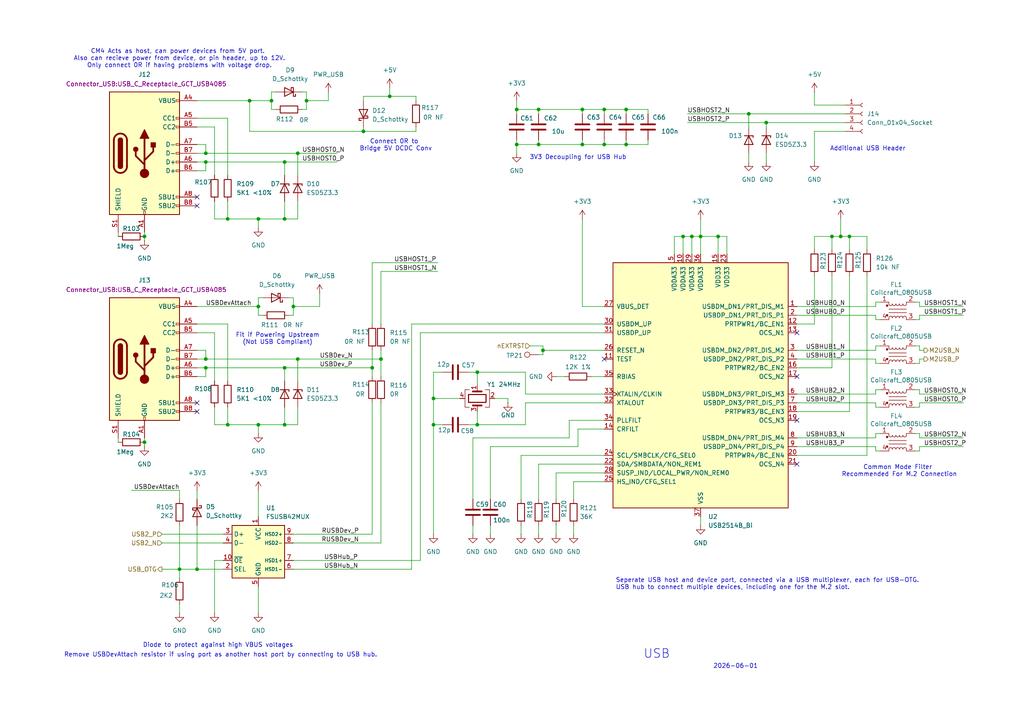
<source format=kicad_sch>
(kicad_sch (version 20231120) (generator "eeschema") (generator_version "8.0")
  (paper "A4")
  (lib_symbols
    (symbol "Connector:Conn_01x04_Socket" (pin_names (offset 1.016) hide)
      (property "Reference" "J" (at 0 5.08 0))
      (property "Value" "Conn_01x04_Socket" (at 0 -7.62 0))
      (symbol "Conn_01x04_Socket_1_1"
        (pin passive line (at -5.08 2.54 0) (length 3.81) (name "Pin_1") (number "1"))
        (pin passive line (at -5.08 0 0) (length 3.81) (name "Pin_2") (number "2"))
        (pin passive line (at -5.08 -2.54 0) (length 3.81) (name "Pin_3") (number "3"))
        (pin passive line (at -5.08 -5.08 0) (length 3.81) (name "Pin_4") (number "4"))
      )
    )
    (symbol "Connector:TestPoint" (pin_numbers hide) (pin_names (offset 0.762) hide)
      (property "Reference" "TP" (at 0 6.858 0))
      (property "Value" "TestPoint" (at 0 5.08 0))
      (symbol "TestPoint_1_1"
        (pin passive line (at 0 0 90) (length 2.54) (name "1") (number "1"))
      )
    )
    (symbol "Connector:USB_C_Receptacle_USB2.0_16P" (pin_names (offset 1.016))
      (property "Reference" "J" (at 0 22.225 0))
      (property "Value" "USB_C_Receptacle_USB2.0_16P" (at 0 19.685 0))
      (symbol "USB_C_Receptacle_USB2.0_16P_1_1"
        (pin passive line (at 0 -22.86 90) (length 5.08) (name "GND") (number "A1"))
        (pin passive line (at 0 -22.86 90) (length 5.08) hide (name "GND") (number "A12"))
        (pin passive line (at 15.24 15.24 180) (length 5.08) (name "VBUS") (number "A4"))
        (pin bidirectional line (at 15.24 10.16 180) (length 5.08) (name "CC1") (number "A5"))
        (pin bidirectional line (at 15.24 -2.54 180) (length 5.08) (name "D+") (number "A6"))
        (pin bidirectional line (at 15.24 2.54 180) (length 5.08) (name "D-") (number "A7"))
        (pin bidirectional line (at 15.24 -12.7 180) (length 5.08) (name "SBU1") (number "A8"))
        (pin passive line (at 15.24 15.24 180) (length 5.08) hide (name "VBUS") (number "A9"))
        (pin passive line (at 0 -22.86 90) (length 5.08) hide (name "GND") (number "B1"))
        (pin passive line (at 0 -22.86 90) (length 5.08) hide (name "GND") (number "B12"))
        (pin passive line (at 15.24 15.24 180) (length 5.08) hide (name "VBUS") (number "B4"))
        (pin bidirectional line (at 15.24 7.62 180) (length 5.08) (name "CC2") (number "B5"))
        (pin bidirectional line (at 15.24 -5.08 180) (length 5.08) (name "D+") (number "B6"))
        (pin bidirectional line (at 15.24 0 180) (length 5.08) (name "D-") (number "B7"))
        (pin bidirectional line (at 15.24 -15.24 180) (length 5.08) (name "SBU2") (number "B8"))
        (pin passive line (at 15.24 15.24 180) (length 5.08) hide (name "VBUS") (number "B9"))
        (pin passive line (at -7.62 -22.86 90) (length 5.08) (name "SHIELD") (number "S1"))
      )
    )
    (symbol "Device:C" (pin_numbers hide) (pin_names (offset 0.254))
      (property "Reference" "C" (at 0.635 2.54 0))
      (property "Value" "C" (at 0.635 -2.54 0))
      (symbol "C_1_1"
        (pin passive line (at 0 3.81 270) (length 2.794) (name "~") (number "1"))
        (pin passive line (at 0 -3.81 90) (length 2.794) (name "~") (number "2"))
      )
    )
    (symbol "Device:Crystal_GND24" (pin_names (offset 1.016) hide)
      (property "Reference" "Y" (at 3.175 5.08 0))
      (property "Value" "Crystal_GND24" (at 3.175 3.175 0))
      (symbol "Crystal_GND24_1_1"
        (pin passive line (at -3.81 0 0) (length 1.27) (name "1") (number "1"))
        (pin passive line (at 0 5.08 270) (length 1.27) (name "2") (number "2"))
        (pin passive line (at 3.81 0 180) (length 1.27) (name "3") (number "3"))
        (pin passive line (at 0 -5.08 90) (length 1.27) (name "4") (number "4"))
      )
    )
    (symbol "Device:D_Schottky" (pin_numbers hide) (pin_names (offset 1.016) hide)
      (property "Reference" "D" (at 0 2.54 0))
      (property "Value" "D_Schottky" (at 0 -2.54 0))
      (symbol "D_Schottky_1_1"
        (pin passive line (at -3.81 0 0) (length 2.54) (name "K") (number "1"))
        (pin passive line (at 3.81 0 180) (length 2.54) (name "A") (number "2"))
      )
    )
    (symbol "Device:R" (pin_numbers hide) (pin_names (offset 0))
      (property "Reference" "R" (at 2.032 0 90))
      (property "Value" "R" (at 0 0 90))
      (symbol "R_1_1"
        (pin passive line (at 0 3.81 270) (length 1.27) (name "~") (number "1"))
        (pin passive line (at 0 -3.81 90) (length 1.27) (name "~") (number "2"))
      )
    )
    (symbol "Diode:ESD5Zxx" (pin_numbers hide) (pin_names hide)
      (property "Reference" "D" (at 0 2.54 0))
      (property "Value" "ESD5Zxx" (at 0 -2.54 0))
      (symbol "ESD5Zxx_1_1"
        (pin passive line (at -3.81 0 0) (length 2.54) (name "K") (number "1"))
        (pin passive line (at 3.81 0 180) (length 2.54) (name "A") (number "2"))
      )
    )
    (symbol "Filter:Choke_Coilcraft_0603USB-222" (pin_names (offset 0.254) hide)
      (property "Reference" "FL" (at 0 4.445 0))
      (property "Value" "Choke_Coilcraft_0603USB-222" (at 0 -4.445 0))
      (symbol "Choke_Coilcraft_0603USB-222_1_1"
        (pin passive line (at -5.08 2.54 0) (length 2.54) (name "1") (number "1"))
        (pin passive line (at 5.08 2.54 180) (length 2.54) (name "2") (number "2"))
        (pin passive line (at 5.08 -2.54 180) (length 2.54) (name "3") (number "3"))
        (pin passive line (at -5.08 -2.54 0) (length 2.54) (name "4") (number "4"))
      )
    )
    (symbol "Interface_USB:FSUSB42MUX"
      (property "Reference" "U" (at -6.35 8.89 0))
      (property "Value" "FSUSB42MUX" (at 7.62 8.89 0))
      (symbol "FSUSB42MUX_1_1"
        (pin power_in line (at 0 10.16 270) (length 2.54) (name "VCC") (number "1"))
        (pin input line (at -10.16 -2.54 0) (length 2.54) (name "~{OE}") (number "10"))
        (pin input line (at -10.16 -5.08 0) (length 2.54) (name "SEL") (number "2"))
        (pin bidirectional line (at -10.16 5.08 0) (length 2.54) (name "D+") (number "3"))
        (pin bidirectional line (at -10.16 2.54 0) (length 2.54) (name "D-") (number "4"))
        (pin power_in line (at 0 -10.16 90) (length 2.54) (name "GND") (number "5"))
        (pin bidirectional line (at 10.16 -5.08 180) (length 2.54) (name "HSD1-") (number "6"))
        (pin bidirectional line (at 10.16 -2.54 180) (length 2.54) (name "HSD1+") (number "7"))
        (pin bidirectional line (at 10.16 2.54 180) (length 2.54) (name "HSD2-") (number "8"))
        (pin bidirectional line (at 10.16 5.08 180) (length 2.54) (name "HSD2+") (number "9"))
      )
    )
    (symbol "Interface_USB:USB2514B_Bi" (pin_names (offset 1.016))
      (property "Reference" "U" (at -17.78 40.64 0))
      (property "Value" "USB2514B_Bi" (at -20.32 38.1 0))
      (symbol "USB2514B_Bi_1_1"
        (pin bidirectional line (at 27.94 22.86 180) (length 2.54) (name "USBDM_DN1/PRT_DIS_M1") (number "1"))
        (pin power_in line (at -5.08 38.1 270) (length 2.54) (name "VDDA33") (number "10"))
        (pin input line (at -27.94 7.62 0) (length 2.54) (name "TEST") (number "11"))
        (pin bidirectional line (at 27.94 17.78 180) (length 2.54) (name "PRTPWR1/BC_EN1") (number "12"))
        (pin input line (at 27.94 15.24 180) (length 2.54) (name "OCS_N1") (number "13"))
        (pin input line (at -27.94 -12.7 0) (length 2.54) (name "CRFILT") (number "14"))
        (pin power_in line (at 5.08 38.1 270) (length 2.54) (name "VDD33") (number "15"))
        (pin bidirectional line (at 27.94 5.08 180) (length 2.54) (name "PRTPWR2/BC_EN2") (number "16"))
        (pin input line (at 27.94 2.54 180) (length 2.54) (name "OCS_N2") (number "17"))
        (pin bidirectional line (at 27.94 -7.62 180) (length 2.54) (name "PRTPWR3/BC_EN3") (number "18"))
        (pin input line (at 27.94 -10.16 180) (length 2.54) (name "OCS_N3") (number "19"))
        (pin bidirectional line (at 27.94 20.32 180) (length 2.54) (name "USBDP_DN1/PRT_DIS_P1") (number "2"))
        (pin bidirectional line (at 27.94 -20.32 180) (length 2.54) (name "PRTPWR4/BC_EN4") (number "20"))
        (pin input line (at 27.94 -22.86 180) (length 2.54) (name "OCS_N4") (number "21"))
        (pin bidirectional line (at -27.94 -22.86 0) (length 2.54) (name "SDA/SMBDATA/NON_REM1") (number "22"))
        (pin power_in line (at 7.62 38.1 270) (length 2.54) (name "VDD33") (number "23"))
        (pin bidirectional line (at -27.94 -20.32 0) (length 2.54) (name "SCL/SMBCLK/CFG_SEL0") (number "24"))
        (pin bidirectional line (at -27.94 -27.94 0) (length 2.54) (name "HS_IND/CFG_SEL1") (number "25"))
        (pin input line (at -27.94 10.16 0) (length 2.54) (name "RESET_N") (number "26"))
        (pin input line (at -27.94 22.86 0) (length 2.54) (name "VBUS_DET") (number "27"))
        (pin bidirectional line (at -27.94 -25.4 0) (length 2.54) (name "SUSP_IND/LOCAL_PWR/NON_REM0") (number "28"))
        (pin power_in line (at -2.54 38.1 270) (length 2.54) (name "VDDA33") (number "29"))
        (pin bidirectional line (at 27.94 10.16 180) (length 2.54) (name "USBDM_DN2/PRT_DIS_M2") (number "3"))
        (pin bidirectional line (at -27.94 17.78 0) (length 2.54) (name "USBDM_UP") (number "30"))
        (pin bidirectional line (at -27.94 15.24 0) (length 2.54) (name "USBDP_UP") (number "31"))
        (pin output line (at -27.94 -5.08 0) (length 2.54) (name "XTALOUT") (number "32"))
        (pin input clock (at -27.94 -2.54 0) (length 2.54) (name "XTALIN/CLKIN") (number "33"))
        (pin input line (at -27.94 -10.16 0) (length 2.54) (name "PLLFILT") (number "34"))
        (pin input line (at -27.94 2.54 0) (length 2.54) (name "RBIAS") (number "35"))
        (pin power_in line (at 0 38.1 270) (length 2.54) (name "VDDA33") (number "36"))
        (pin power_in line (at 0 -38.1 90) (length 2.54) (name "VSS") (number "37"))
        (pin bidirectional line (at 27.94 7.62 180) (length 2.54) (name "USBDP_DN2/PRT_DIS_P2") (number "4"))
        (pin power_in line (at -7.62 38.1 270) (length 2.54) (name "VDDA33") (number "5"))
        (pin bidirectional line (at 27.94 -2.54 180) (length 2.54) (name "USBDM_DN3/PRT_DIS_M3") (number "6"))
        (pin bidirectional line (at 27.94 -5.08 180) (length 2.54) (name "USBDP_DN3/PRT_DIS_P3") (number "7"))
        (pin bidirectional line (at 27.94 -15.24 180) (length 2.54) (name "USBDM_DN4/PRT_DIS_M4") (number "8"))
        (pin bidirectional line (at 27.94 -17.78 180) (length 2.54) (name "USBDP_DN4/PRT_DIS_P4") (number "9"))
      )
    )
    (symbol "power:+3V3" (power) (pin_numbers hide) (pin_names (offset 0) hide)
      (property "Value" "+3V3" (at 0 3.556 0))
      (symbol "+3V3_1_1"
        (pin power_in line (at 0 0 90) (length 0) (name "~") (number "1"))
      )
    )
    (symbol "power:+5V" (power) (pin_numbers hide) (pin_names (offset 0) hide)
      (property "Value" "+5V" (at 0 3.556 0))
      (symbol "+5V_1_1"
        (pin power_in line (at 0 0 90) (length 0) (name "~") (number "1"))
      )
    )
    (symbol "power:+5VP" (power) (pin_numbers hide) (pin_names (offset 0) hide)
      (property "Value" "+5VP" (at 0 3.556 0))
      (symbol "+5VP_1_1"
        (pin power_in line (at 0 0 90) (length 0) (name "~") (number "1"))
      )
    )
    (symbol "power:GND" (power) (pin_numbers hide) (pin_names (offset 0) hide)
      (property "Value" "GND" (at 0 -3.81 0))
      (symbol "GND_1_1"
        (pin power_in line (at 0 0 270) (length 0) (name "~") (number "1"))
      )
    )
  )
  (junction (at 59.69 104.14))
  (junction (at 74.93 123.19))
  (junction (at 105.41 38.1))
  (junction (at 74.93 63.5))
  (junction (at 86.36 104.14))
  (junction (at 82.55 106.68))
  (junction (at 198.12 68.58))
  (junction (at 175.26 31.75))
  (junction (at 222.25 35.56))
  (junction (at 107.95 106.68))
  (junction (at 72.39 29.21))
  (junction (at 181.61 41.91))
  (junction (at 208.28 68.58))
  (junction (at 59.69 46.99))
  (junction (at 57.15 165.1))
  (junction (at 82.55 123.19))
  (junction (at 168.91 31.75))
  (junction (at 66.04 123.19))
  (junction (at 74.93 88.9))
  (junction (at 52.07 165.1))
  (junction (at 125.73 123.19))
  (junction (at 149.86 41.91))
  (junction (at 82.55 46.99))
  (junction (at 157.48 101.6))
  (junction (at 66.04 63.5))
  (junction (at 78.74 29.21))
  (junction (at 125.73 115.57))
  (junction (at 86.36 44.45))
  (junction (at 156.21 41.91))
  (junction (at 59.69 106.68))
  (junction (at 82.55 63.5))
  (junction (at 113.03 27.94))
  (junction (at 110.49 104.14))
  (junction (at 175.26 41.91))
  (junction (at 88.9 29.21))
  (junction (at 149.86 31.75))
  (junction (at 168.91 41.91))
  (junction (at 138.43 107.95))
  (junction (at 41.91 68.58))
  (junction (at 156.21 31.75))
  (junction (at 181.61 31.75))
  (junction (at 85.09 88.9))
  (junction (at 138.43 123.19))
  (junction (at 41.91 128.27))
  (junction (at 243.84 68.58))
  (junction (at 59.69 44.45))
  (junction (at 241.3 68.58))
  (junction (at 246.38 68.58))
  (junction (at 217.17 33.02))
  (junction (at 203.2 68.58))
  (junction (at 200.66 68.58))
  (no_connect (at 231.14 109.22))
  (no_connect (at 231.14 121.92))
  (no_connect (at 231.14 134.62))
  (no_connect (at 57.15 57.15))
  (no_connect (at 231.14 96.52))
  (no_connect (at 175.26 104.14))
  (no_connect (at 57.15 59.69))
  (no_connect (at 57.15 116.84))
  (no_connect (at 57.15 119.38))
  (wire (pts (xy 254 105.41) (xy 255.27 105.41)))
  (wire (pts (xy 120.65 29.21) (xy 120.65 27.94)))
  (wire (pts (xy 175.26 93.98) (xy 119.38 93.98)))
  (wire (pts (xy 92.71 85.09) (xy 92.71 88.9)))
  (wire (pts (xy 59.69 104.14) (xy 86.36 104.14)))
  (wire (pts (xy 121.92 162.56) (xy 121.92 96.52)))
  (wire (pts (xy 254 92.71) (xy 254 91.44)))
  (wire (pts (xy 85.09 88.9) (xy 85.09 91.44)))
  (wire (pts (xy 187.96 40.64) (xy 187.96 41.91)))
  (wire (pts (xy 128.27 123.19) (xy 125.73 123.19)))
  (wire (pts (xy 66.04 93.98) (xy 66.04 110.49)))
  (wire (pts (xy 161.29 144.78) (xy 161.29 137.16)))
  (wire (pts (xy 74.93 63.5) (xy 82.55 63.5)))
  (wire (pts (xy 156.21 134.62) (xy 156.21 144.78)))
  (wire (pts (xy 149.86 41.91) (xy 156.21 41.91)))
  (wire (pts (xy 74.93 123.19) (xy 82.55 123.19)))
  (wire (pts (xy 265.43 105.41) (xy 266.7 105.41)))
  (wire (pts (xy 198.12 68.58) (xy 198.12 73.66)))
  (wire (pts (xy 203.2 68.58) (xy 203.2 73.66)))
  (wire (pts (xy 113.03 25.4) (xy 113.03 27.94)))
  (wire (pts (xy 59.69 49.53) (xy 59.69 46.99)))
  (wire (pts (xy 138.43 123.19) (xy 152.4 123.19)))
  (wire (pts (xy 254 87.63) (xy 255.27 87.63)))
  (wire (pts (xy 217.17 46.99) (xy 217.17 44.45)))
  (wire (pts (xy 128.27 107.95) (xy 125.73 107.95)))
  (wire (pts (xy 266.7 101.6) (xy 267.97 101.6)))
  (wire (pts (xy 236.22 80.01) (xy 236.22 93.98)))
  (wire (pts (xy 110.49 104.14) (xy 110.49 109.22)))
  (wire (pts (xy 254 87.63) (xy 254 88.9)))
  (wire (pts (xy 168.91 41.91) (xy 175.26 41.91)))
  (wire (pts (xy 62.23 36.83) (xy 57.15 36.83)))
  (wire (pts (xy 88.9 29.21) (xy 88.9 31.75)))
  (wire (pts (xy 66.04 93.98) (xy 57.15 93.98)))
  (wire (pts (xy 74.93 86.36) (xy 74.93 88.9)))
  (wire (pts (xy 266.7 88.9) (xy 279.4 88.9)))
  (wire (pts (xy 82.55 50.8) (xy 82.55 46.99)))
  (wire (pts (xy 266.7 113.03) (xy 266.7 114.3)))
  (wire (pts (xy 254 118.11) (xy 255.27 118.11)))
  (wire (pts (xy 142.24 154.94) (xy 142.24 152.4)))
  (wire (pts (xy 254 130.81) (xy 254 129.54)))
  (wire (pts (xy 82.55 110.49) (xy 82.55 106.68)))
  (wire (pts (xy 266.7 100.33) (xy 266.7 101.6)))
  (wire (pts (xy 251.46 68.58) (xy 251.46 72.39)))
  (wire (pts (xy 121.92 96.52) (xy 175.26 96.52)))
  (wire (pts (xy 82.55 46.99) (xy 97.79 46.99)))
  (wire (pts (xy 88.9 29.21) (xy 88.9 26.67)))
  (wire (pts (xy 95.25 26.67) (xy 95.25 29.21)))
  (wire (pts (xy 74.93 91.44) (xy 74.93 88.9)))
  (wire (pts (xy 138.43 107.95) (xy 138.43 111.76)))
  (wire (pts (xy 210.82 68.58) (xy 210.82 73.66)))
  (wire (pts (xy 57.15 44.45) (xy 59.69 44.45)))
  (wire (pts (xy 241.3 106.68) (xy 231.14 106.68)))
  (wire (pts (xy 52.07 152.4) (xy 52.07 165.1)))
  (wire (pts (xy 57.15 29.21) (xy 72.39 29.21)))
  (wire (pts (xy 199.39 35.56) (xy 222.25 35.56)))
  (wire (pts (xy 241.3 68.58) (xy 243.84 68.58)))
  (wire (pts (xy 82.55 63.5) (xy 86.36 63.5)))
  (wire (pts (xy 266.7 125.73) (xy 266.7 127)))
  (wire (pts (xy 59.69 101.6) (xy 57.15 101.6)))
  (wire (pts (xy 266.7 116.84) (xy 279.4 116.84)))
  (wire (pts (xy 105.41 29.21) (xy 105.41 27.94)))
  (wire (pts (xy 208.28 68.58) (xy 210.82 68.58)))
  (wire (pts (xy 241.3 80.01) (xy 241.3 106.68)))
  (wire (pts (xy 78.74 29.21) (xy 72.39 29.21)))
  (wire (pts (xy 246.38 68.58) (xy 251.46 68.58)))
  (wire (pts (xy 62.23 177.8) (xy 62.23 162.56)))
  (wire (pts (xy 88.9 31.75) (xy 87.63 31.75)))
  (wire (pts (xy 80.01 26.67) (xy 78.74 26.67)))
  (wire (pts (xy 254 91.44) (xy 231.14 91.44)))
  (wire (pts (xy 78.74 31.75) (xy 78.74 29.21)))
  (wire (pts (xy 152.4 114.3) (xy 175.26 114.3)))
  (wire (pts (xy 254 114.3) (xy 231.14 114.3)))
  (wire (pts (xy 161.29 152.4) (xy 161.29 154.94)))
  (wire (pts (xy 266.7 129.54) (xy 279.4 129.54)))
  (wire (pts (xy 236.22 72.39) (xy 236.22 68.58)))
  (wire (pts (xy 62.23 162.56) (xy 64.77 162.56)))
  (wire (pts (xy 231.14 127) (xy 254 127)))
  (wire (pts (xy 208.28 68.58) (xy 208.28 73.66)))
  (wire (pts (xy 175.26 121.92) (xy 165.1 121.92)))
  (wire (pts (xy 82.55 58.42) (xy 82.55 63.5)))
  (wire (pts (xy 66.04 118.11) (xy 66.04 123.19)))
  (wire (pts (xy 74.93 142.24) (xy 74.93 149.86)))
  (wire (pts (xy 41.91 128.27) (xy 41.91 129.54)))
  (wire (pts (xy 82.55 106.68) (xy 59.69 106.68)))
  (wire (pts (xy 266.7 114.3) (xy 279.4 114.3)))
  (wire (pts (xy 181.61 40.64) (xy 181.61 41.91)))
  (wire (pts (xy 168.91 33.02) (xy 168.91 31.75)))
  (wire (pts (xy 166.37 152.4) (xy 166.37 154.94)))
  (wire (pts (xy 82.55 106.68) (xy 107.95 106.68)))
  (wire (pts (xy 57.15 165.1) (xy 64.77 165.1)))
  (wire (pts (xy 46.99 165.1) (xy 52.07 165.1)))
  (wire (pts (xy 110.49 78.74) (xy 127 78.74)))
  (wire (pts (xy 137.16 154.94) (xy 137.16 152.4)))
  (wire (pts (xy 165.1 121.92) (xy 165.1 127)))
  (wire (pts (xy 86.36 118.11) (xy 86.36 123.19)))
  (wire (pts (xy 254 113.03) (xy 255.27 113.03)))
  (wire (pts (xy 236.22 26.67) (xy 236.22 30.48)))
  (wire (pts (xy 120.65 38.1) (xy 105.41 38.1)))
  (wire (pts (xy 62.23 58.42) (xy 62.23 63.5)))
  (wire (pts (xy 107.95 76.2) (xy 127 76.2)))
  (wire (pts (xy 86.36 58.42) (xy 86.36 63.5)))
  (wire (pts (xy 157.48 102.87) (xy 156.21 102.87)))
  (wire (pts (xy 254 125.73) (xy 255.27 125.73)))
  (wire (pts (xy 83.82 86.36) (xy 85.09 86.36)))
  (wire (pts (xy 66.04 63.5) (xy 62.23 63.5)))
  (wire (pts (xy 41.91 68.58) (xy 41.91 69.85)))
  (wire (pts (xy 125.73 115.57) (xy 125.73 123.19)))
  (wire (pts (xy 82.55 123.19) (xy 86.36 123.19)))
  (wire (pts (xy 254 92.71) (xy 255.27 92.71)))
  (wire (pts (xy 265.43 87.63) (xy 266.7 87.63)))
  (wire (pts (xy 175.26 31.75) (xy 181.61 31.75)))
  (wire (pts (xy 57.15 46.99) (xy 59.69 46.99)))
  (wire (pts (xy 85.09 91.44) (xy 83.82 91.44)))
  (wire (pts (xy 149.86 41.91) (xy 149.86 44.45)))
  (wire (pts (xy 62.23 96.52) (xy 57.15 96.52)))
  (wire (pts (xy 265.43 125.73) (xy 266.7 125.73)))
  (wire (pts (xy 41.91 127) (xy 41.91 128.27)))
  (wire (pts (xy 161.29 137.16) (xy 175.26 137.16)))
  (wire (pts (xy 135.89 107.95) (xy 138.43 107.95)))
  (wire (pts (xy 59.69 44.45) (xy 86.36 44.45)))
  (wire (pts (xy 88.9 26.67) (xy 87.63 26.67)))
  (wire (pts (xy 168.91 40.64) (xy 168.91 41.91)))
  (wire (pts (xy 152.4 116.84) (xy 152.4 123.19)))
  (wire (pts (xy 251.46 80.01) (xy 251.46 132.08)))
  (wire (pts (xy 266.7 118.11) (xy 266.7 116.84)))
  (wire (pts (xy 203.2 68.58) (xy 200.66 68.58)))
  (wire (pts (xy 119.38 93.98) (xy 119.38 165.1)))
  (wire (pts (xy 52.07 142.24) (xy 52.07 144.78)))
  (wire (pts (xy 66.04 123.19) (xy 62.23 123.19)))
  (wire (pts (xy 113.03 27.94) (xy 120.65 27.94)))
  (wire (pts (xy 41.91 67.31) (xy 41.91 68.58)))
  (wire (pts (xy 175.26 41.91) (xy 181.61 41.91)))
  (wire (pts (xy 52.07 165.1) (xy 52.07 167.64)))
  (wire (pts (xy 168.91 63.5) (xy 168.91 88.9)))
  (wire (pts (xy 266.7 127) (xy 279.4 127)))
  (wire (pts (xy 142.24 129.54) (xy 142.24 144.78)))
  (wire (pts (xy 246.38 68.58) (xy 246.38 72.39)))
  (wire (pts (xy 156.21 152.4) (xy 156.21 154.94)))
  (wire (pts (xy 52.07 175.26) (xy 52.07 177.8)))
  (wire (pts (xy 266.7 130.81) (xy 266.7 129.54)))
  (wire (pts (xy 85.09 86.36) (xy 85.09 88.9)))
  (wire (pts (xy 254 118.11) (xy 254 116.84)))
  (wire (pts (xy 254 116.84) (xy 231.14 116.84)))
  (wire (pts (xy 110.49 116.84) (xy 110.49 157.48)))
  (wire (pts (xy 246.38 80.01) (xy 246.38 119.38)))
  (wire (pts (xy 147.32 116.84) (xy 147.32 115.57)))
  (wire (pts (xy 241.3 68.58) (xy 241.3 72.39)))
  (wire (pts (xy 74.93 63.5) (xy 74.93 66.04)))
  (wire (pts (xy 265.43 100.33) (xy 266.7 100.33)))
  (wire (pts (xy 266.7 105.41) (xy 266.7 104.14)))
  (wire (pts (xy 266.7 87.63) (xy 266.7 88.9)))
  (wire (pts (xy 200.66 68.58) (xy 198.12 68.58)))
  (wire (pts (xy 34.29 67.31) (xy 34.29 68.58)))
  (wire (pts (xy 245.11 38.1) (xy 236.22 38.1)))
  (wire (pts (xy 175.26 88.9) (xy 168.91 88.9)))
  (wire (pts (xy 156.21 33.02) (xy 156.21 31.75)))
  (wire (pts (xy 149.86 29.21) (xy 149.86 31.75)))
  (wire (pts (xy 175.26 33.02) (xy 175.26 31.75)))
  (wire (pts (xy 135.89 123.19) (xy 138.43 123.19)))
  (wire (pts (xy 66.04 34.29) (xy 57.15 34.29)))
  (wire (pts (xy 254 88.9) (xy 231.14 88.9)))
  (wire (pts (xy 157.48 100.33) (xy 157.48 101.6)))
  (wire (pts (xy 171.45 109.22) (xy 175.26 109.22)))
  (wire (pts (xy 59.69 41.91) (xy 57.15 41.91)))
  (wire (pts (xy 85.09 162.56) (xy 121.92 162.56)))
  (wire (pts (xy 57.15 109.22) (xy 59.69 109.22)))
  (wire (pts (xy 208.28 68.58) (xy 203.2 68.58)))
  (wire (pts (xy 107.95 106.68) (xy 107.95 109.22)))
  (wire (pts (xy 105.41 38.1) (xy 72.39 38.1)))
  (wire (pts (xy 254 105.41) (xy 254 104.14)))
  (wire (pts (xy 222.25 35.56) (xy 222.25 36.83)))
  (wire (pts (xy 149.86 33.02) (xy 149.86 31.75)))
  (wire (pts (xy 74.93 123.19) (xy 66.04 123.19)))
  (wire (pts (xy 165.1 127) (xy 137.16 127)))
  (wire (pts (xy 95.25 29.21) (xy 88.9 29.21)))
  (wire (pts (xy 62.23 36.83) (xy 62.23 50.8)))
  (wire (pts (xy 254 100.33) (xy 254 101.6)))
  (wire (pts (xy 138.43 107.95) (xy 152.4 107.95)))
  (wire (pts (xy 175.26 116.84) (xy 152.4 116.84)))
  (wire (pts (xy 66.04 58.42) (xy 66.04 63.5)))
  (wire (pts (xy 107.95 93.98) (xy 107.95 76.2)))
  (wire (pts (xy 57.15 152.4) (xy 57.15 165.1)))
  (wire (pts (xy 86.36 110.49) (xy 86.36 104.14)))
  (wire (pts (xy 167.64 124.46) (xy 167.64 129.54)))
  (wire (pts (xy 181.61 33.02) (xy 181.61 31.75)))
  (wire (pts (xy 254 101.6) (xy 231.14 101.6)))
  (wire (pts (xy 59.69 104.14) (xy 59.69 101.6)))
  (wire (pts (xy 62.23 118.11) (xy 62.23 123.19)))
  (wire (pts (xy 119.38 165.1) (xy 85.09 165.1)))
  (wire (pts (xy 110.49 93.98) (xy 110.49 78.74)))
  (wire (pts (xy 80.01 31.75) (xy 78.74 31.75)))
  (wire (pts (xy 138.43 119.38) (xy 138.43 123.19)))
  (wire (pts (xy 125.73 123.19) (xy 125.73 154.94)))
  (wire (pts (xy 151.13 132.08) (xy 151.13 144.78)))
  (wire (pts (xy 137.16 127) (xy 137.16 144.78)))
  (wire (pts (xy 46.99 157.48) (xy 64.77 157.48)))
  (wire (pts (xy 62.23 96.52) (xy 62.23 110.49)))
  (wire (pts (xy 110.49 101.6) (xy 110.49 104.14)))
  (wire (pts (xy 157.48 101.6) (xy 175.26 101.6)))
  (wire (pts (xy 166.37 139.7) (xy 166.37 144.78)))
  (wire (pts (xy 74.93 123.19) (xy 74.93 125.73)))
  (wire (pts (xy 82.55 118.11) (xy 82.55 123.19)))
  (wire (pts (xy 120.65 36.83) (xy 120.65 38.1)))
  (wire (pts (xy 251.46 132.08) (xy 231.14 132.08)))
  (wire (pts (xy 105.41 38.1) (xy 105.41 36.83)))
  (wire (pts (xy 203.2 149.86) (xy 203.2 152.4)))
  (wire (pts (xy 149.86 31.75) (xy 156.21 31.75)))
  (wire (pts (xy 195.58 68.58) (xy 195.58 73.66)))
  (wire (pts (xy 57.15 142.24) (xy 57.15 144.78)))
  (wire (pts (xy 199.39 33.02) (xy 217.17 33.02)))
  (wire (pts (xy 243.84 68.58) (xy 246.38 68.58)))
  (wire (pts (xy 187.96 31.75) (xy 187.96 33.02)))
  (wire (pts (xy 254 130.81) (xy 255.27 130.81)))
  (wire (pts (xy 85.09 88.9) (xy 92.71 88.9)))
  (wire (pts (xy 175.26 139.7) (xy 166.37 139.7)))
  (wire (pts (xy 175.26 124.46) (xy 167.64 124.46)))
  (wire (pts (xy 133.35 115.57) (xy 125.73 115.57)))
  (wire (pts (xy 266.7 92.71) (xy 266.7 91.44)))
  (wire (pts (xy 74.93 63.5) (xy 66.04 63.5)))
  (wire (pts (xy 175.26 132.08) (xy 151.13 132.08)))
  (wire (pts (xy 167.64 129.54) (xy 142.24 129.54)))
  (wire (pts (xy 151.13 152.4) (xy 151.13 154.94)))
  (wire (pts (xy 217.17 33.02) (xy 245.11 33.02)))
  (wire (pts (xy 161.29 109.22) (xy 163.83 109.22)))
  (wire (pts (xy 254 125.73) (xy 254 127)))
  (wire (pts (xy 203.2 63.5) (xy 203.2 68.58)))
  (wire (pts (xy 198.12 68.58) (xy 195.58 68.58)))
  (wire (pts (xy 107.95 101.6) (xy 107.95 106.68)))
  (wire (pts (xy 181.61 31.75) (xy 187.96 31.75)))
  (wire (pts (xy 265.43 130.81) (xy 266.7 130.81)))
  (wire (pts (xy 78.74 26.67) (xy 78.74 29.21)))
  (wire (pts (xy 157.48 102.87) (xy 157.48 101.6)))
  (wire (pts (xy 231.14 93.98) (xy 236.22 93.98)))
  (wire (pts (xy 46.99 154.94) (xy 64.77 154.94)))
  (wire (pts (xy 156.21 41.91) (xy 168.91 41.91)))
  (wire (pts (xy 66.04 34.29) (xy 66.04 50.8)))
  (wire (pts (xy 265.43 113.03) (xy 266.7 113.03)))
  (wire (pts (xy 86.36 50.8) (xy 86.36 44.45)))
  (wire (pts (xy 254 104.14) (xy 231.14 104.14)))
  (wire (pts (xy 59.69 109.22) (xy 59.69 106.68)))
  (wire (pts (xy 254 100.33) (xy 255.27 100.33)))
  (wire (pts (xy 76.2 91.44) (xy 74.93 91.44)))
  (wire (pts (xy 82.55 46.99) (xy 59.69 46.99)))
  (wire (pts (xy 254 129.54) (xy 231.14 129.54)))
  (wire (pts (xy 168.91 31.75) (xy 175.26 31.75)))
  (wire (pts (xy 57.15 49.53) (xy 59.69 49.53)))
  (wire (pts (xy 147.32 115.57) (xy 143.51 115.57)))
  (wire (pts (xy 175.26 134.62) (xy 156.21 134.62)))
  (wire (pts (xy 236.22 38.1) (xy 236.22 46.99)))
  (wire (pts (xy 217.17 33.02) (xy 217.17 36.83)))
  (wire (pts (xy 265.43 92.71) (xy 266.7 92.71)))
  (wire (pts (xy 152.4 107.95) (xy 152.4 114.3)))
  (wire (pts (xy 125.73 107.95) (xy 125.73 115.57)))
  (wire (pts (xy 85.09 154.94) (xy 107.95 154.94)))
  (wire (pts (xy 74.93 170.18) (xy 74.93 177.8)))
  (wire (pts (xy 59.69 44.45) (xy 59.69 41.91)))
  (wire (pts (xy 265.43 118.11) (xy 266.7 118.11)))
  (wire (pts (xy 222.25 35.56) (xy 245.11 35.56)))
  (wire (pts (xy 113.03 27.94) (xy 105.41 27.94)))
  (wire (pts (xy 57.15 106.68) (xy 59.69 106.68)))
  (wire (pts (xy 156.21 40.64) (xy 156.21 41.91)))
  (wire (pts (xy 74.93 88.9) (xy 57.15 88.9)))
  (wire (pts (xy 52.07 165.1) (xy 57.15 165.1)))
  (wire (pts (xy 86.36 44.45) (xy 97.79 44.45)))
  (wire (pts (xy 266.7 91.44) (xy 279.4 91.44)))
  (wire (pts (xy 72.39 29.21) (xy 72.39 38.1)))
  (wire (pts (xy 76.2 86.36) (xy 74.93 86.36)))
  (wire (pts (xy 156.21 31.75) (xy 168.91 31.75)))
  (wire (pts (xy 243.84 63.5) (xy 243.84 68.58)))
  (wire (pts (xy 187.96 41.91) (xy 181.61 41.91)))
  (wire (pts (xy 38.1 142.24) (xy 52.07 142.24)))
  (wire (pts (xy 246.38 119.38) (xy 231.14 119.38)))
  (wire (pts (xy 222.25 44.45) (xy 222.25 46.99)))
  (wire (pts (xy 86.36 104.14) (xy 110.49 104.14)))
  (wire (pts (xy 254 113.03) (xy 254 114.3)))
  (wire (pts (xy 149.86 40.64) (xy 149.86 41.91)))
  (wire (pts (xy 153.67 100.33) (xy 157.48 100.33)))
  (wire (pts (xy 200.66 68.58) (xy 200.66 73.66)))
  (wire (pts (xy 34.29 127) (xy 34.29 128.27)))
  (wire (pts (xy 266.7 104.14) (xy 267.97 104.14)))
  (wire (pts (xy 110.49 157.48) (xy 85.09 157.48)))
  (wire (pts (xy 245.11 30.48) (xy 236.22 30.48)))
  (wire (pts (xy 107.95 116.84) (xy 107.95 154.94)))
  (wire (pts (xy 57.15 104.14) (xy 59.69 104.14)))
  (wire (pts (xy 236.22 68.58) (xy 241.3 68.58)))
  (wire (pts (xy 175.26 40.64) (xy 175.26 41.91)))
  (text "Diode to protect against high VBUS voltages" (at 63.246 187.198 0) (effects (font (size 1.27 1.27))))
  (text "3V3 Decoupling for USB Hub\n" (at 167.64 45.72 0) (effects (font (size 1.27 1.27))))
  (text "Common Mode Filter \nRecommended For M.2 Connection" (at 260.858 136.652 0) (effects (font (size 1.27 1.27))))
  (text "Seperate USB host and device port, connected via a USB multiplexer, each for USB-OTG.\nUSB hub to connect multiple devices, including one for the M.2 slot." (at 178.562 169.418 0) (effects (font (size 1.27 1.27)) (justify left)))
  (text "USB\n" (at 190.5 189.738 0) (effects (font (size 2.54 2.54))))
  (text "Additional USB Header" (at 251.714 43.18 0) (effects (font (size 1.27 1.27))))
  (text "Connect 0R to \nBridge 5V DCDC Conv" (at 114.808 42.164 0) (effects (font (size 1.27 1.27))))
  (text "CM4 Acts as host, can power devices from 5V port. \nAlso can recieve power from device, or pin header, up to 12V.\nOnly connect 0R if having problems with voltage drop." (at 52.07 17.018 0) (effects (font (size 1.27 1.27))))
  (text "Fit if Powering Upstream\n(Not USB Compliant)" (at 80.518 98.298 0) (effects (font (size 1.27 1.27))))
  (text "Remove USBDevAttach resistor if using port as another host port by connecting to USB hub." (at 64.008 189.992 0) (effects (font (size 1.27 1.27))))
  (text "${CURRENT_DATE}" (at 213.36 193.294 0) (effects (font (size 1.27 1.27))))
  (label "USBHOST2_N" (at 199.39 33.02 0))
  (label "USBHOST2_P" (at 267.97 129.54 0))
  (label "USBHUB2_P" (at 233.68 116.84 0))
  (label "USBHUB1_P" (at 233.68 104.14 0))
  (label "USBHOST1_P" (at 114.3 76.2 0))
  (label "USBDev_P" (at 92.71 106.68 0))
  (label "USBHub_N" (at 93.98 165.1 0))
  (label "USBHOST0_N" (at 267.97 114.3 0))
  (label "USBHUB3_P" (at 233.68 129.54 0))
  (label "USBHOST0_P" (at 87.63 46.99 0))
  (label "USBHOST0_N" (at 87.63 44.45 0))
  (label "USBHOST1_P" (at 267.97 91.44 0))
  (label "USBHOST2_P" (at 199.39 35.56 0))
  (label "USBHub_P" (at 93.98 162.56 0))
  (label "USBDev_N" (at 92.71 104.14 0))
  (label "USBHUB0_N" (at 233.68 88.9 0))
  (label "USBHUB2_N" (at 233.68 114.3 0))
  (label "USBHUB1_N" (at 233.68 101.6 0))
  (label "RUSBDev_P" (at 104.14 154.94 180))
  (label "USBHUB3_N" (at 233.68 127 0))
  (label "USBDevAttach" (at 59.69 88.9 0))
  (label "USBHOST2_N" (at 267.97 127 0))
  (label "RUSBDev_N" (at 104.14 157.48 180))
  (label "USBHOST1_N" (at 267.97 88.9 0))
  (label "USBHUB0_P" (at 233.68 91.44 0))
  (label "USBHOST1_N" (at 114.3 78.74 0))
  (label "USBHOST0_P" (at 267.97 116.84 0))
  (label "USBDevAttach" (at 52.07 142.24 180))
  (hierarchical_label "USB2_P" (shape input) (at 46.99 154.94 180))
  (hierarchical_label "USB2_N" (shape input) (at 46.99 157.48 180))
  (hierarchical_label "M2USB_N" (shape output) (at 267.97 101.6 0))
  (hierarchical_label "nEXTRST" (shape input) (at 153.67 100.33 180))
  (hierarchical_label "M2USB_P" (shape output) (at 267.97 104.14 0))
  (hierarchical_label "USB_OTG" (shape output) (at 46.99 165.1 180))
  (symbol (lib_id "Filter:Choke_Coilcraft_0603USB-222") (at 260.35 102.87 0) (unit 1)
    (property "Reference" "FL2" (at 259.969 95.25 0))
    (property "Value" "Coilcraft_0805USB" (at 261.366 97.536 0))
    (property "Footprint" "Inductor_SMD:L_CommonModeChoke_Coilcraft_0805USB" (effects (hide yes)))
  )
  (symbol (lib_id "Device:C") (at 181.61 36.83 0) (unit 1)
    (property "Reference" "C65" (at 183.134 34.036 0) (effects (justify left)))
    (property "Value" "100n" (effects (hide yes)))
    (property "Footprint" "Capacitor_SMD:C_0603_1608Metric" (effects (hide yes)))
    (property "Description" "Unpolarized capacitor" (effects (hide yes)))
  )
  (symbol (lib_id "Device:C") (at 137.16 148.59 0) (unit 1)
    (property "Reference" "C59" (at 137.922 146.304 0) (effects (justify left)))
    (property "Value" "100n" (effects (hide yes)))
    (property "Footprint" "Capacitor_SMD:C_0603_1608Metric" (effects (hide yes)))
    (property "Description" "Unpolarized capacitor" (effects (hide yes)))
  )
  (symbol (lib_id "Filter:Choke_Coilcraft_0603USB-222") (at 260.35 128.27 0) (unit 1)
    (property "Reference" "FL4" (at 259.969 120.65 0))
    (property "Value" "Coilcraft_0805USB" (at 261.366 122.936 0))
    (property "Footprint" "Inductor_SMD:L_CommonModeChoke_Coilcraft_0805USB" (effects (hide yes)))
  )
  (symbol (lib_id "power:GND") (at 161.29 154.94 0) (unit 1)
    (property "Reference" "#PWR0121" (effects (hide yes)))
    (property "Value" "GND" (at 161.29 160.02 0))
    (property "Description" "Power symbol creates a global label with name \"GND\" , ground" (effects (hide yes)))
  )
  (symbol (lib_id "power:+3V3") (at 243.84 63.5 0) (unit 1)
    (property "Reference" "#PWR0130" (effects (hide yes)))
    (property "Value" "+3V3" (at 243.84 58.42 0))
    (property "Description" "Power symbol creates a global label with name \"+3V3\"" (effects (hide yes)))
  )
  (symbol (lib_id "power:GND") (at 203.2 152.4 0) (unit 1)
    (property "Reference" "#PWR0125" (effects (hide yes)))
    (property "Value" "GND" (at 203.2 157.48 0))
    (property "Description" "Power symbol creates a global label with name \"GND\" , ground" (effects (hide yes)))
  )
  (symbol (lib_id "Device:R") (at 236.22 76.2 0) (unit 1)
    (property "Reference" "R123" (at 238.76 78.232 90) (effects (justify left)))
    (property "Value" "10k NF" (effects (hide yes)))
    (property "Footprint" "Resistor_SMD:R_0603_1608Metric" (effects (hide yes)))
    (property "Description" "Resistor" (effects (hide yes)))
  )
  (symbol (lib_id "Device:R") (at 110.49 97.79 0) (unit 1)
    (property "Reference" "R115" (at 113.03 96.5199 0) (effects (justify left)))
    (property "Value" "0R NF" (at 113.03 99.0599 0) (effects (justify left)))
    (property "Footprint" "Resistor_SMD:R_0603_1608Metric" (effects (hide yes)))
    (property "Description" "Resistor" (effects (hide yes)))
  )
  (symbol (lib_id "Device:R") (at 80.01 91.44 90) (unit 1)
    (property "Reference" "R111" (at 78.232 94.234 90))
    (property "Value" "0R NF" (at 85.09 94.234 90))
    (property "Footprint" "Resistor_SMD:R_2512_6332Metric_Pad1.40x3.35mm_HandSolder" (effects (hide yes)))
    (property "Description" "Resistor" (effects (hide yes)))
  )
  (symbol (lib_id "Device:Crystal_GND24") (at 138.43 115.57 270) (unit 1)
    (property "Reference" "Y1" (at 142.494 111.506 90))
    (property "Value" "24MHz" (at 147.828 111.506 90))
    (property "Footprint" "Crystal:Crystal_SMD_SeikoEpson_FA238-4Pin_3.2x2.5mm" (effects (hide yes)))
    (property "Description" "Four pin crystal, GND on pins 2 and 4" (effects (hide yes)))
  )
  (symbol (lib_id "Device:R") (at 52.07 171.45 0) (unit 1)
    (property "Reference" "R106" (at 46.736 169.672 0) (effects (justify left)))
    (property "Value" "2K2" (at 46.228 172.72 0) (effects (justify left)))
    (property "Footprint" "Resistor_SMD:R_0603_1608Metric" (effects (hide yes)))
    (property "Description" "Resistor" (effects (hide yes)))
  )
  (symbol (lib_id "Connector:USB_C_Receptacle_USB2.0_16P") (at 41.91 104.14 0) (unit 1)
    (property "Reference" "J13" (at 41.91 81.28 0))
    (property "Value" "USB_C_Receptacle_USB2.0_16P" (effects (hide yes)))
    (property "Footprint" "Connector_USB:USB_C_Receptacle_GCT_USB4085" (at 42.418 83.312 0) (effects (justify top)))
    (property "Datasheet" "https://www.usb.org/sites/default/files/documents/usb_type-c.zip" (effects (hide yes)))
    (property "Description" "USB 2.0-only 16P Type-C Receptacle connector" (effects (hide yes)))
  )
  (symbol (lib_id "Diode:ESD5Zxx") (at 86.36 114.3 270) (unit 1)
    (property "Reference" "D11" (at 88.9 113.0299 90) (effects (justify left)))
    (property "Value" "ESD5Z3.3" (at 88.9 115.5699 90) (effects (justify left)))
    (property "Footprint" "Diode_SMD:D_SOD-523" (effects (hide yes)))
    (property "Datasheet" "https://www.onsemi.com/pdf/datasheet/esd5z2.5t1-d.pdf" (effects (hide yes)))
    (property "Description" "ESD Protection Diode, SOD-523" (effects (hide yes)))
  )
  (symbol (lib_id "power:+5VP") (at 95.25 26.67 0) (unit 1)
    (property "Reference" "#PWR0110" (effects (hide yes)))
    (property "Value" "PWR_USB" (at 95.25 21.59 0))
    (property "Description" "Power symbol creates a global label with name \"+5VP\"" (effects (hide yes)))
  )
  (symbol (lib_id "Device:R") (at 156.21 148.59 0) (unit 1)
    (property "Reference" "R119" (at 158.496 150.368 90) (effects (justify left)))
    (property "Value" "36K" (effects (hide yes)))
    (property "Footprint" "Resistor_SMD:R_0603_1608Metric" (effects (hide yes)))
    (property "Description" "Resistor" (effects (hide yes)))
  )
  (symbol (lib_id "Device:R") (at 151.13 148.59 0) (unit 1)
    (property "Reference" "R118" (at 153.67 150.368 90) (effects (justify left)))
    (property "Value" "36K" (effects (hide yes)))
    (property "Footprint" "Resistor_SMD:R_0603_1608Metric" (effects (hide yes)))
    (property "Description" "Resistor" (effects (hide yes)))
  )
  (symbol (lib_id "Device:R") (at 241.3 76.2 0) (unit 1)
    (property "Reference" "R124" (at 243.586 77.978 90) (effects (justify left)))
    (property "Value" "10k NF" (effects (hide yes)))
    (property "Footprint" "Resistor_SMD:R_0603_1608Metric" (effects (hide yes)))
    (property "Description" "Resistor" (effects (hide yes)))
  )
  (symbol (lib_id "power:+3V3") (at 74.93 142.24 0) (unit 1)
    (property "Reference" "#PWR0107" (effects (hide yes)))
    (property "Value" "+3V3" (at 74.93 137.16 0))
    (property "Description" "Power symbol creates a global label with name \"+3V3\"" (effects (hide yes)))
  )
  (symbol (lib_id "Filter:Choke_Coilcraft_0603USB-222") (at 260.35 90.17 0) (unit 1)
    (property "Reference" "FL1" (at 259.969 82.55 0))
    (property "Value" "Coilcraft_0805USB" (at 261.366 84.836 0))
    (property "Footprint" "Inductor_SMD:L_CommonModeChoke_Coilcraft_0805USB" (effects (hide yes)))
  )
  (symbol (lib_id "Device:C") (at 156.21 36.83 0) (unit 1)
    (property "Reference" "C62" (at 157.734 34.29 0) (effects (justify left)))
    (property "Value" "10u" (at 160.02 38.0999 0) (effects (justify left)))
    (property "Footprint" "Capacitor_SMD:C_0805_2012Metric" (effects (hide yes)))
    (property "Description" "Unpolarized capacitor" (effects (hide yes)))
  )
  (symbol (lib_id "Device:C") (at 142.24 148.59 0) (unit 1)
    (property "Reference" "C60" (at 143.002 146.304 0) (effects (justify left)))
    (property "Value" "100n" (at 143.002 150.876 0) (effects (justify left)))
    (property "Footprint" "Capacitor_SMD:C_0603_1608Metric" (effects (hide yes)))
    (property "Description" "Unpolarized capacitor" (effects (hide yes)))
  )
  (symbol (lib_id "power:GND") (at 142.24 154.94 0) (unit 1)
    (property "Reference" "#PWR0114" (effects (hide yes)))
    (property "Value" "GND" (at 142.24 160.02 0))
    (property "Description" "Power symbol creates a global label with name \"GND\" , ground" (effects (hide yes)))
  )
  (symbol (lib_id "power:GND") (at 52.07 177.8 0) (unit 1)
    (property "Reference" "#PWR0102" (effects (hide yes)))
    (property "Value" "GND" (at 52.07 182.88 0))
    (property "Description" "Power symbol creates a global label with name \"GND\" , ground" (effects (hide yes)))
  )
  (symbol (lib_id "power:+3V3") (at 57.15 142.24 0) (unit 1)
    (property "Reference" "#PWR0103" (effects (hide yes)))
    (property "Value" "+3V3" (at 57.15 137.16 0))
    (property "Description" "Power symbol creates a global label with name \"+3V3\"" (effects (hide yes)))
  )
  (symbol (lib_id "power:+3V3") (at 168.91 63.5 0) (unit 1)
    (property "Reference" "#PWR0123" (effects (hide yes)))
    (property "Value" "+3V3" (at 168.91 58.42 0))
    (property "Description" "Power symbol creates a global label with name \"+3V3\"" (effects (hide yes)))
  )
  (symbol (lib_id "power:GND") (at 236.22 46.99 0) (unit 1)
    (property "Reference" "#PWR0129" (effects (hide yes)))
    (property "Value" "GND" (at 236.22 52.07 0))
    (property "Description" "Power symbol creates a global label with name \"GND\" , ground" (effects (hide yes)))
  )
  (symbol (lib_id "Connector:Conn_01x04_Socket") (at 250.19 33.02 0) (unit 1)
    (property "Reference" "J14" (at 251.46 33.0199 0) (effects (justify left)))
    (property "Value" "Conn_01x04_Socket" (at 251.46 35.5599 0) (effects (justify left)))
    (property "Footprint" "Connector_PinHeader_1.27mm:PinHeader_1x04_P1.27mm_Vertical" (effects (hide yes)))
    (property "Description" "Generic connector, single row, 01x04, script generated" (effects (hide yes)))
  )
  (symbol (lib_id "Device:R") (at 167.64 109.22 90) (unit 1)
    (property "Reference" "R122" (at 167.64 103.632 90))
    (property "Value" "12K 1%" (at 167.64 106.426 90))
    (property "Footprint" "Resistor_SMD:R_0603_1608Metric" (effects (hide yes)))
    (property "Description" "Resistor" (effects (hide yes)))
  )
  (symbol (lib_id "Device:C") (at 187.96 36.83 0) (unit 1)
    (property "Reference" "C66" (at 189.23 34.036 0) (effects (justify left)))
    (property "Value" "100n" (at 191.77 38.0999 0) (effects (justify left)))
    (property "Footprint" "Capacitor_SMD:C_0603_1608Metric" (effects (hide yes)))
    (property "Description" "Unpolarized capacitor" (effects (hide yes)))
  )
  (symbol (lib_id "power:GND") (at 125.73 154.94 0) (unit 1)
    (property "Reference" "#PWR0112" (effects (hide yes)))
    (property "Value" "GND" (at 125.73 160.02 0))
    (property "Description" "Power symbol creates a global label with name \"GND\" , ground" (effects (hide yes)))
  )
  (symbol (lib_id "power:GND") (at 137.16 154.94 0) (unit 1)
    (property "Reference" "#PWR0113" (effects (hide yes)))
    (property "Value" "GND" (at 137.16 160.02 0))
    (property "Description" "Power symbol creates a global label with name \"GND\" , ground" (effects (hide yes)))
  )
  (symbol (lib_id "power:GND") (at 74.93 177.8 0) (unit 1)
    (property "Reference" "#PWR0108" (effects (hide yes)))
    (property "Value" "GND" (at 74.93 182.88 0))
    (property "Description" "Power symbol creates a global label with name \"GND\" , ground" (effects (hide yes)))
  )
  (symbol (lib_id "Device:R") (at 161.29 148.59 0) (unit 1)
    (property "Reference" "R120" (at 163.576 150.114 90) (effects (justify left)))
    (property "Value" "36K" (effects (hide yes)))
    (property "Footprint" "Resistor_SMD:R_0603_1608Metric" (effects (hide yes)))
    (property "Description" "Resistor" (effects (hide yes)))
  )
  (symbol (lib_id "Device:R") (at 110.49 113.03 0) (unit 1)
    (property "Reference" "R116" (at 113.03 111.7599 0) (effects (justify left)))
    (property "Value" "0R" (at 113.03 114.2999 0) (effects (justify left)))
    (property "Footprint" "Resistor_SMD:R_0603_1608Metric" (effects (hide yes)))
    (property "Description" "Resistor" (effects (hide yes)))
  )
  (symbol (lib_id "Device:C") (at 132.08 107.95 270) (unit 1)
    (property "Reference" "C57" (at 133.858 105.918 90) (effects (justify left)))
    (property "Value" "12p" (at 126.746 105.664 90) (effects (justify left)))
    (property "Footprint" "Capacitor_SMD:C_0603_1608Metric" (effects (hide yes)))
    (property "Description" "Unpolarized capacitor" (effects (hide yes)))
  )
  (symbol (lib_id "Interface_USB:FSUSB42MUX") (at 74.93 160.02 0) (unit 1)
    (property "Reference" "U1" (at 77.1241 147.32 0) (effects (justify left)))
    (property "Value" "FSUSB42MUX" (at 77.1241 149.86 0) (effects (justify left)))
    (property "Footprint" "Package_SO:MSOP-10_3x3mm_P0.5mm" (effects (hide yes)))
    (property "Datasheet" "https://www.onsemi.com/pub/Collateral/FSUSB42-D.PDF" (effects (hide yes)))
    (property "Description" "Low-Power, Two-Port, High-Speed, USB2.0 (480Mbps) or UART Switch, MSOP-10" (effects (hide yes)))
  )
  (symbol (lib_id "power:GND") (at 151.13 154.94 0) (unit 1)
    (property "Reference" "#PWR0118" (effects (hide yes)))
    (property "Value" "GND" (at 151.13 160.02 0))
    (property "Description" "Power symbol creates a global label with name \"GND\" , ground" (effects (hide yes)))
  )
  (symbol (lib_id "Connector:TestPoint") (at 156.21 102.87 90) (unit 1)
    (property "Reference" "TP21" (at 146.812 103.124 90) (effects (justify right)))
    (property "Value" "TestPoint" (effects (hide yes)))
    (property "Footprint" "TestPoint:TestPoint_Pad_1.0x1.0mm" (effects (hide yes)))
    (property "Description" "test point" (effects (hide yes)))
  )
  (symbol (lib_id "Device:D_Schottky") (at 83.82 26.67 180) (unit 1)
    (property "Reference" "D9" (at 84.1375 20.32 0))
    (property "Value" "D_Schottky" (at 84.1375 22.86 0))
    (property "Footprint" "Diode_SMD:D_SMA" (effects (hide yes)))
    (property "Description" "Schottky diode" (effects (hide yes)))
  )
  (symbol (lib_id "power:+5V") (at 149.86 29.21 0) (unit 1)
    (property "Reference" "#PWR0116" (effects (hide yes)))
    (property "Value" "+3V3" (at 149.86 24.13 0))
    (property "Description" "Power symbol creates a global label with name \"+5V\"" (effects (hide yes)))
  )
  (symbol (lib_id "power:GND") (at 41.91 129.54 0) (unit 1)
    (property "Reference" "#PWR0101" (effects (hide yes)))
    (property "Value" "GND" (at 41.91 134.62 0))
    (property "Description" "Power symbol creates a global label with name \"GND\" , ground" (effects (hide yes)))
  )
  (symbol (lib_id "power:GND") (at 222.25 46.99 0) (unit 1)
    (property "Reference" "#PWR0127" (effects (hide yes)))
    (property "Value" "GND" (at 222.25 52.07 0))
    (property "Description" "Power symbol creates a global label with name \"GND\" , ground" (effects (hide yes)))
  )
  (symbol (lib_id "Filter:Choke_Coilcraft_0603USB-222") (at 260.35 115.57 0) (unit 1)
    (property "Reference" "FL3" (at 259.969 107.95 0))
    (property "Value" "Coilcraft_0805USB" (at 261.366 110.236 0))
    (property "Footprint" "Inductor_SMD:L_CommonModeChoke_Coilcraft_0805USB" (effects (hide yes)))
  )
  (symbol (lib_id "Device:R") (at 166.37 148.59 0) (unit 1)
    (property "Reference" "R121" (at 168.148 147.32 0) (effects (justify left)))
    (property "Value" "36K" (at 168.148 149.86 0) (effects (justify left)))
    (property "Footprint" "Resistor_SMD:R_0603_1608Metric" (effects (hide yes)))
    (property "Description" "Resistor" (effects (hide yes)))
  )
  (symbol (lib_id "power:GND") (at 149.86 44.45 0) (unit 1)
    (property "Reference" "#PWR0117" (effects (hide yes)))
    (property "Value" "GND" (at 149.86 49.53 0))
    (property "Description" "Power symbol creates a global label with name \"GND\" , ground" (effects (hide yes)))
  )
  (symbol (lib_id "Device:D_Schottky") (at 80.01 86.36 180) (unit 1)
    (property "Reference" "D6" (at 80.3275 80.01 0))
    (property "Value" "D_Schottky" (at 80.3275 82.55 0))
    (property "Footprint" "Diode_SMD:D_SMA" (effects (hide yes)))
    (property "Description" "Schottky diode" (effects (hide yes)))
  )
  (symbol (lib_id "power:+5V") (at 236.22 26.67 0) (unit 1)
    (property "Reference" "#PWR0128" (effects (hide yes)))
    (property "Value" "+5V" (at 236.22 21.59 0))
    (property "Description" "Power symbol creates a global label with name \"+5V\"" (effects (hide yes)))
  )
  (symbol (lib_id "power:+3V3") (at 113.03 25.4 0) (unit 1)
    (property "Reference" "#PWR0111" (effects (hide yes)))
    (property "Value" "+5V" (at 113.03 20.32 0))
    (property "Description" "Power symbol creates a global label with name \"+3V3\"" (effects (hide yes)))
  )
  (symbol (lib_id "Device:C") (at 168.91 36.83 0) (unit 1)
    (property "Reference" "C63" (at 170.18 34.036 0) (effects (justify left)))
    (property "Value" "100n" (effects (hide yes)))
    (property "Footprint" "Capacitor_SMD:C_0603_1608Metric" (effects (hide yes)))
    (property "Description" "Unpolarized capacitor" (effects (hide yes)))
  )
  (symbol (lib_id "power:+3V3") (at 203.2 63.5 0) (unit 1)
    (property "Reference" "#PWR0124" (effects (hide yes)))
    (property "Value" "+3V3" (at 203.2 58.42 0))
    (property "Description" "Power symbol creates a global label with name \"+3V3\"" (effects (hide yes)))
  )
  (symbol (lib_id "Device:R") (at 38.1 128.27 90) (unit 1)
    (property "Reference" "R104" (at 38.1 125.984 90))
    (property "Value" "1Meg" (at 36.322 131.064 90))
    (property "Footprint" "Resistor_SMD:R_0805_2012Metric" (effects (hide yes)))
    (property "Description" "Resistor" (effects (hide yes)))
  )
  (symbol (lib_id "Device:R") (at 66.04 54.61 0) (unit 1)
    (property "Reference" "R109" (at 68.58 53.3399 0) (effects (justify left)))
    (property "Value" "5K1 <10%" (at 68.58 55.8799 0) (effects (justify left)))
    (property "Footprint" "Resistor_SMD:R_0603_1608Metric" (effects (hide yes)))
    (property "Description" "Resistor" (effects (hide yes)))
  )
  (symbol (lib_id "power:GND") (at 166.37 154.94 0) (unit 1)
    (property "Reference" "#PWR0122" (effects (hide yes)))
    (property "Value" "GND" (at 166.37 160.02 0))
    (property "Description" "Power symbol creates a global label with name \"GND\" , ground" (effects (hide yes)))
  )
  (symbol (lib_id "power:GND") (at 161.29 109.22 270) (unit 1)
    (property "Reference" "#PWR0120" (effects (hide yes)))
    (property "Value" "GND" (at 157.48 109.2199 90) (effects (justify right)))
    (property "Description" "Power symbol creates a global label with name \"GND\" , ground" (effects (hide yes)))
  )
  (symbol (lib_id "Device:R") (at 251.46 76.2 0) (unit 1)
    (property "Reference" "R126" (at 254 74.9299 0) (effects (justify left)))
    (property "Value" "10k NF" (at 254 77.4699 0) (effects (justify left)))
    (property "Footprint" "Resistor_SMD:R_0603_1608Metric" (effects (hide yes)))
    (property "Description" "Resistor" (effects (hide yes)))
  )
  (symbol (lib_id "Interface_USB:USB2514B_Bi") (at 203.2 111.76 0) (unit 1)
    (property "Reference" "U2" (at 205.3941 149.86 0) (effects (justify left)))
    (property "Value" "USB2514B_Bi" (at 205.3941 152.4 0) (effects (justify left)))
    (property "Footprint" "Package_DFN_QFN:QFN-36-1EP_6x6mm_P0.5mm_EP3.7x3.7mm" (effects (hide yes)))
    (property "Datasheet" "http://ww1.microchip.com/downloads/en/DeviceDoc/00001692C.pdf" (effects (hide yes)))
    (property "Description" "USB 2.0 Hi-Speed Hub Controller" (effects (hide yes)))
  )
  (symbol (lib_id "Diode:ESD5Zxx") (at 82.55 114.3 270) (unit 1)
    (property "Reference" "D8" (at 78.486 113.03 90) (effects (justify left)))
    (property "Value" "ESD5Z3.3" (effects (hide yes)))
    (property "Footprint" "Diode_SMD:D_SOD-523" (effects (hide yes)))
    (property "Datasheet" "https://www.onsemi.com/pdf/datasheet/esd5z2.5t1-d.pdf" (effects (hide yes)))
    (property "Description" "ESD Protection Diode, SOD-523" (effects (hide yes)))
  )
  (symbol (lib_id "Device:C") (at 132.08 123.19 270) (unit 1)
    (property "Reference" "C58" (at 133.604 124.968 90) (effects (justify left)))
    (property "Value" "12p" (at 127 124.714 90) (effects (justify left)))
    (property "Footprint" "Capacitor_SMD:C_0603_1608Metric" (effects (hide yes)))
    (property "Description" "Unpolarized capacitor" (effects (hide yes)))
  )
  (symbol (lib_id "Diode:ESD5Zxx") (at 86.36 54.61 270) (unit 1)
    (property "Reference" "D10" (at 88.9 53.3399 90) (effects (justify left)))
    (property "Value" "ESD5Z3.3" (at 88.9 55.8799 90) (effects (justify left)))
    (property "Footprint" "Diode_SMD:D_SOD-523" (effects (hide yes)))
    (property "Datasheet" "https://www.onsemi.com/pdf/datasheet/esd5z2.5t1-d.pdf" (effects (hide yes)))
    (property "Description" "ESD Protection Diode, SOD-523" (effects (hide yes)))
  )
  (symbol (lib_id "Connector:USB_C_Receptacle_USB2.0_16P") (at 41.91 44.45 0) (unit 1)
    (property "Reference" "J12" (at 41.91 21.59 0))
    (property "Value" "USB_C_Receptacle_USB2.0_16P" (effects (hide yes)))
    (property "Footprint" "Connector_USB:USB_C_Receptacle_GCT_USB4085" (at 42.418 23.622 0) (effects (justify top)))
    (property "Datasheet" "https://www.usb.org/sites/default/files/documents/usb_type-c.zip" (effects (hide yes)))
    (property "Description" "USB 2.0-only 16P Type-C Receptacle connector" (effects (hide yes)))
  )
  (symbol (lib_id "power:GND") (at 147.32 116.84 0) (unit 1)
    (property "Reference" "#PWR0115" (effects (hide yes)))
    (property "Value" "GND" (at 147.32 120.396 0))
    (property "Description" "Power symbol creates a global label with name \"GND\" , ground" (effects (hide yes)))
  )
  (symbol (lib_id "Device:R") (at 120.65 33.02 0) (unit 1)
    (property "Reference" "R117" (at 124.714 31.242 0))
    (property "Value" "0R NF" (at 125.73 34.036 0))
    (property "Footprint" "Resistor_SMD:R_2512_6332Metric_Pad1.40x3.35mm_HandSolder" (effects (hide yes)))
    (property "Description" "Resistor" (effects (hide yes)))
  )
  (symbol (lib_id "Device:R") (at 62.23 114.3 0) (unit 1)
    (property "Reference" "R108" (at 56.388 112.776 0) (effects (justify left)))
    (property "Value" "5K1 <10%" (effects (hide yes)))
    (property "Footprint" "Resistor_SMD:R_0603_1608Metric" (effects (hide yes)))
    (property "Description" "Resistor" (effects (hide yes)))
  )
  (symbol (lib_id "power:GND") (at 217.17 46.99 0) (unit 1)
    (property "Reference" "#PWR0126" (effects (hide yes)))
    (property "Value" "GND" (at 217.17 52.07 0))
    (property "Description" "Power symbol creates a global label with name \"GND\" , ground" (effects (hide yes)))
  )
  (symbol (lib_id "power:GND") (at 74.93 125.73 0) (unit 1)
    (property "Reference" "#PWR0106" (effects (hide yes)))
    (property "Value" "GND" (at 74.93 130.81 0))
    (property "Description" "Power symbol creates a global label with name \"GND\" , ground" (effects (hide yes)))
  )
  (symbol (lib_id "power:+5VP") (at 92.71 85.09 0) (unit 1)
    (property "Reference" "#PWR0109" (effects (hide yes)))
    (property "Value" "PWR_USB" (at 92.71 80.01 0))
    (property "Description" "Power symbol creates a global label with name \"+5VP\"" (effects (hide yes)))
  )
  (symbol (lib_id "Device:C") (at 149.86 36.83 0) (unit 1)
    (property "Reference" "C61" (at 150.876 34.29 0) (effects (justify left)))
    (property "Value" "10u" (effects (hide yes)))
    (property "Footprint" "Capacitor_SMD:C_0805_2012Metric" (effects (hide yes)))
    (property "Description" "Unpolarized capacitor" (effects (hide yes)))
  )
  (symbol (lib_id "Device:R") (at 62.23 54.61 0) (unit 1)
    (property "Reference" "R107" (at 56.388 52.832 0) (effects (justify left)))
    (property "Value" "5K1 <10%" (effects (hide yes)))
    (property "Footprint" "Resistor_SMD:R_0603_1608Metric" (effects (hide yes)))
    (property "Description" "Resistor" (effects (hide yes)))
  )
  (symbol (lib_id "Device:D_Schottky") (at 105.41 33.02 90) (unit 1)
    (property "Reference" "D12" (at 107.95 32.0674 90) (effects (justify right)))
    (property "Value" "D_Schottky" (at 107.95 34.6074 90) (effects (justify right)))
    (property "Footprint" "Diode_SMD:D_SMA" (effects (hide yes)))
    (property "Description" "Schottky diode" (effects (hide yes)))
  )
  (symbol (lib_id "Device:R") (at 83.82 31.75 90) (unit 1)
    (property "Reference" "R112" (at 82.55 34.544 90))
    (property "Value" "0R" (at 88.138 34.798 90))
    (property "Footprint" "Resistor_SMD:R_2512_6332Metric_Pad1.40x3.35mm_HandSolder" (effects (hide yes)))
    (property "Description" "Resistor" (effects (hide yes)))
  )
  (symbol (lib_id "Device:R") (at 66.04 114.3 0) (unit 1)
    (property "Reference" "R110" (at 68.58 113.0299 0) (effects (justify left)))
    (property "Value" "5K1 <10%" (at 68.58 115.5699 0) (effects (justify left)))
    (property "Footprint" "Resistor_SMD:R_0603_1608Metric" (effects (hide yes)))
    (property "Description" "Resistor" (effects (hide yes)))
  )
  (symbol (lib_id "Diode:ESD5Zxx") (at 82.55 54.61 270) (unit 1)
    (property "Reference" "D7" (at 78.486 53.34 90) (effects (justify left)))
    (property "Value" "ESD5Z3.3" (effects (hide yes)))
    (property "Footprint" "Diode_SMD:D_SOD-523" (effects (hide yes)))
    (property "Datasheet" "https://www.onsemi.com/pdf/datasheet/esd5z2.5t1-d.pdf" (effects (hide yes)))
    (property "Description" "ESD Protection Diode, SOD-523" (effects (hide yes)))
  )
  (symbol (lib_id "Device:R") (at 107.95 113.03 0) (unit 1)
    (property "Reference" "R114" (at 102.108 111.506 0) (effects (justify left)))
    (property "Value" "0R" (at 103.124 114.3 0) (effects (justify left)))
    (property "Footprint" "Resistor_SMD:R_0603_1608Metric" (effects (hide yes)))
    (property "Description" "Resistor" (effects (hide yes)))
  )
  (symbol (lib_id "power:GND") (at 41.91 69.85 0) (unit 1)
    (property "Reference" "#PWR0100" (effects (hide yes)))
    (property "Value" "GND" (at 41.91 74.93 0))
    (property "Description" "Power symbol creates a global label with name \"GND\" , ground" (effects (hide yes)))
  )
  (symbol (lib_id "Device:D_Schottky") (at 57.15 148.59 270) (unit 1)
    (property "Reference" "D5" (at 59.69 147.0024 90) (effects (justify left)))
    (property "Value" "D_Schottky" (at 59.69 149.5424 90) (effects (justify left)))
    (property "Footprint" "Diode_SMD:D_SOD-323F" (effects (hide yes)))
    (property "Description" "Schottky diode" (effects (hide yes)))
  )
  (symbol (lib_id "power:GND") (at 156.21 154.94 0) (unit 1)
    (property "Reference" "#PWR0119" (effects (hide yes)))
    (property "Value" "GND" (at 156.21 160.02 0))
    (property "Description" "Power symbol creates a global label with name \"GND\" , ground" (effects (hide yes)))
  )
  (symbol (lib_id "Device:R") (at 52.07 148.59 0) (unit 1)
    (property "Reference" "R105" (at 45.212 147.066 0) (effects (justify left)))
    (property "Value" "2K2" (at 46.482 149.606 0) (effects (justify left)))
    (property "Footprint" "Resistor_SMD:R_0603_1608Metric" (effects (hide yes)))
    (property "Description" "Resistor" (effects (hide yes)))
  )
  (symbol (lib_id "Diode:ESD5Zxx") (at 222.25 40.64 270) (unit 1)
    (property "Reference" "D14" (at 224.79 39.3699 90) (effects (justify left)))
    (property "Value" "ESD5Z3.3" (at 224.79 41.9099 90) (effects (justify left)))
    (property "Footprint" "Diode_SMD:D_SOD-523" (effects (hide yes)))
    (property "Datasheet" "https://www.onsemi.com/pdf/datasheet/esd5z2.5t1-d.pdf" (effects (hide yes)))
    (property "Description" "ESD Protection Diode, SOD-523" (effects (hide yes)))
  )
  (symbol (lib_id "Diode:ESD5Zxx") (at 217.17 40.64 270) (unit 1)
    (property "Reference" "D13" (at 211.328 39.37 90) (effects (justify left)))
    (property "Value" "ESD5Z3.3" (effects (hide yes)))
    (property "Footprint" "Diode_SMD:D_SOD-523" (effects (hide yes)))
    (property "Datasheet" "https://www.onsemi.com/pdf/datasheet/esd5z2.5t1-d.pdf" (effects (hide yes)))
    (property "Description" "ESD Protection Diode, SOD-523" (effects (hide yes)))
  )
  (symbol (lib_id "Device:R") (at 38.1 68.58 90) (unit 1)
    (property "Reference" "R103" (at 38.1 66.294 90))
    (property "Value" "1Meg" (at 36.322 71.374 90))
    (property "Footprint" "Resistor_SMD:R_0805_2012Metric" (effects (hide yes)))
    (property "Description" "Resistor" (effects (hide yes)))
  )
  (symbol (lib_id "Device:R") (at 246.38 76.2 0) (unit 1)
    (property "Reference" "R125" (at 248.92 77.978 90) (effects (justify left)))
    (property "Value" "10k NF" (effects (hide yes)))
    (property "Footprint" "Resistor_SMD:R_0603_1608Metric" (effects (hide yes)))
    (property "Description" "Resistor" (effects (hide yes)))
  )
  (symbol (lib_id "Device:R") (at 107.95 97.79 0) (unit 1)
    (property "Reference" "R113" (at 102.108 96.266 0) (effects (justify left)))
    (property "Value" "0R NF" (at 99.822 99.06 0) (effects (justify left)))
    (property "Footprint" "Resistor_SMD:R_0603_1608Metric" (effects (hide yes)))
    (property "Description" "Resistor" (effects (hide yes)))
  )
  (symbol (lib_id "power:GND") (at 62.23 177.8 0) (unit 1)
    (property "Reference" "#PWR0104" (effects (hide yes)))
    (property "Value" "GND" (at 62.23 182.88 0))
    (property "Description" "Power symbol creates a global label with name \"GND\" , ground" (effects (hide yes)))
  )
  (symbol (lib_id "power:GND") (at 74.93 66.04 0) (unit 1)
    (property "Reference" "#PWR0105" (effects (hide yes)))
    (property "Value" "GND" (at 74.93 71.12 0))
    (property "Description" "Power symbol creates a global label with name \"GND\" , ground" (effects (hide yes)))
  )
  (symbol (lib_id "Device:C") (at 175.26 36.83 0) (unit 1)
    (property "Reference" "C64" (at 176.53 34.036 0) (effects (justify left)))
    (property "Value" "100n" (effects (hide yes)))
    (property "Footprint" "Capacitor_SMD:C_0603_1608Metric" (effects (hide yes)))
    (property "Description" "Unpolarized capacitor" (effects (hide yes)))
  )
)
</source>
